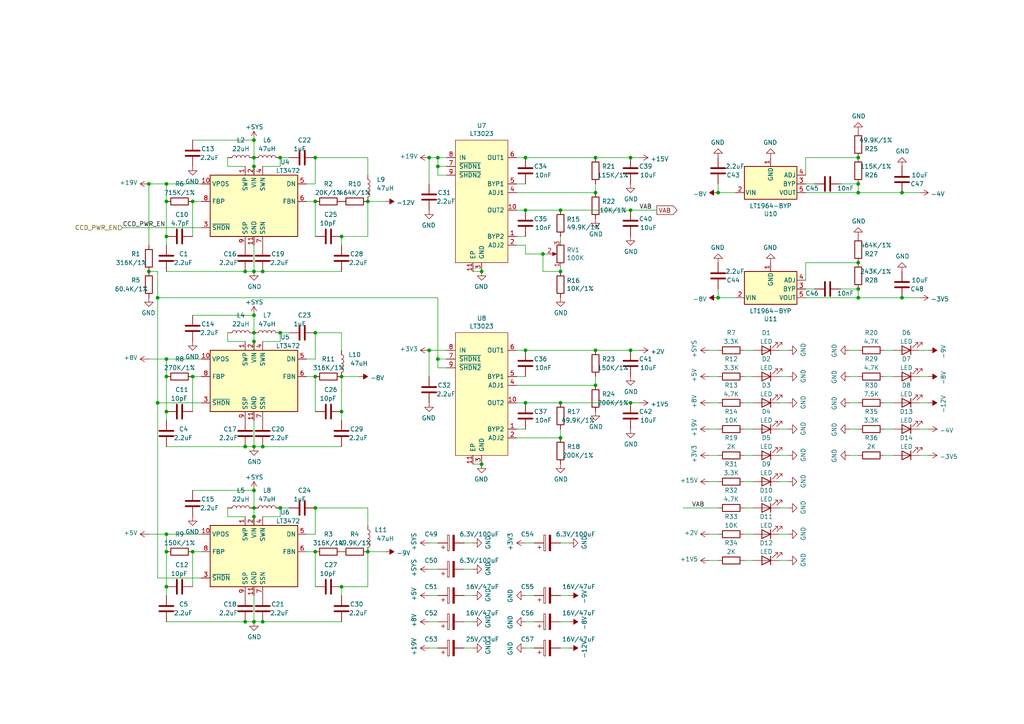
<source format=kicad_sch>
(kicad_sch (version 20210621) (generator eeschema)
  (paper "A4")
  (title_block (title "Sitina Ne") (rev "R0P2") (company "ZephRay"))
  (junction (at 248.92 55.88) (diameter 0.9144))
  (junction (at 182.88 116.84) (diameter 0.9144))
  (junction (at 48.26 68.58) (diameter 0.9144))
  (junction (at 172.72 111.76) (diameter 0.9144))
  (junction (at 76.2 180.34) (diameter 0.9144))
  (junction (at 76.2 129.54) (diameter 0.9144))
  (junction (at 127 45.72) (diameter 0.9144))
  (junction (at 55.88 109.22) (diameter 0.9144))
  (junction (at 208.28 55.88) (diameter 0.9144))
  (junction (at 76.2 78.74) (diameter 0.9144))
  (junction (at 73.66 129.54) (diameter 0.9144))
  (junction (at 73.66 180.34) (diameter 0.9144))
  (junction (at 139.7 78.74) (diameter 0.9144))
  (junction (at 162.56 78.74) (diameter 0.9144))
  (junction (at 124.46 101.6) (diameter 0.9144))
  (junction (at 172.72 101.6) (diameter 0.9144))
  (junction (at 73.66 99.06) (diameter 0.9144))
  (junction (at 48.26 160.02) (diameter 0.9144))
  (junction (at 48.26 154.94) (diameter 0.9144))
  (junction (at 172.72 45.72) (diameter 0.9144))
  (junction (at 45.72 116.84) (diameter 0.9144))
  (junction (at 91.44 45.72) (diameter 0.9144))
  (junction (at 248.92 53.34) (diameter 0.9144))
  (junction (at 71.12 129.54) (diameter 0.9144))
  (junction (at 182.88 101.6) (diameter 0.9144))
  (junction (at 43.18 53.34) (diameter 0.9144))
  (junction (at 48.26 104.14) (diameter 0.9144))
  (junction (at 152.4 60.96) (diameter 0.9144))
  (junction (at 99.06 109.22) (diameter 0.9144))
  (junction (at 48.26 119.38) (diameter 0.9144))
  (junction (at 162.56 60.96) (diameter 0.9144))
  (junction (at 73.66 142.24) (diameter 0.9144))
  (junction (at 91.44 147.32) (diameter 0.9144))
  (junction (at 152.4 45.72) (diameter 0.9144))
  (junction (at 99.06 119.38) (diameter 0.9144))
  (junction (at 91.44 58.42) (diameter 0.9144))
  (junction (at 73.66 149.86) (diameter 0.9144))
  (junction (at 157.48 73.66) (diameter 0.9144))
  (junction (at 48.26 53.34) (diameter 0.9144))
  (junction (at 248.92 76.2) (diameter 0.9144))
  (junction (at 73.66 147.32) (diameter 0.9144))
  (junction (at 152.4 101.6) (diameter 0.9144))
  (junction (at 182.88 60.96) (diameter 0.9144))
  (junction (at 81.28 45.72) (diameter 0.9144))
  (junction (at 261.62 55.88) (diameter 0.9144))
  (junction (at 152.4 116.84) (diameter 0.9144))
  (junction (at 106.68 160.02) (diameter 0.9144))
  (junction (at 106.68 58.42) (diameter 0.9144))
  (junction (at 81.28 96.52) (diameter 0.9144))
  (junction (at 48.26 109.22) (diameter 0.9144))
  (junction (at 99.06 170.18) (diameter 0.9144))
  (junction (at 91.44 160.02) (diameter 0.9144))
  (junction (at 73.66 78.74) (diameter 0.9144))
  (junction (at 71.12 78.74) (diameter 0.9144))
  (junction (at 73.66 40.64) (diameter 0.9144))
  (junction (at 91.44 109.22) (diameter 0.9144))
  (junction (at 43.18 78.74) (diameter 0.9144))
  (junction (at 48.26 58.42) (diameter 0.9144))
  (junction (at 55.88 58.42) (diameter 0.9144))
  (junction (at 127 104.14) (diameter 0.9144))
  (junction (at 73.66 96.52) (diameter 0.9144))
  (junction (at 48.26 170.18) (diameter 0.9144))
  (junction (at 81.28 147.32) (diameter 0.9144))
  (junction (at 162.56 127) (diameter 0.9144))
  (junction (at 248.92 83.82) (diameter 0.9144))
  (junction (at 139.7 134.62) (diameter 0.9144))
  (junction (at 124.46 45.72) (diameter 0.9144))
  (junction (at 172.72 55.88) (diameter 0.9144))
  (junction (at 127 48.26) (diameter 0.9144))
  (junction (at 73.66 45.72) (diameter 0.9144))
  (junction (at 71.12 180.34) (diameter 0.9144))
  (junction (at 248.92 86.36) (diameter 0.9144))
  (junction (at 73.66 48.26) (diameter 0.9144))
  (junction (at 45.72 86.36) (diameter 0.9144))
  (junction (at 55.88 160.02) (diameter 0.9144))
  (junction (at 208.28 86.36) (diameter 0.9144))
  (junction (at 91.44 96.52) (diameter 0.9144))
  (junction (at 73.66 91.44) (diameter 0.9144))
  (junction (at 261.62 86.36) (diameter 0.9144))
  (junction (at 99.06 68.58) (diameter 0.9144))
  (junction (at 162.56 116.84) (diameter 0.9144))
  (junction (at 248.92 45.72) (diameter 0.9144))
  (junction (at 182.88 45.72) (diameter 0.9144))
  (wire (pts (xy 55.88 68.58) (xy 55.88 58.42)))
  (wire (pts (xy 127 104.14) (xy 127 106.68)))
  (wire (pts (xy 256.54 124.46) (xy 259.08 124.46)))
  (wire (pts (xy 226.06 162.56) (xy 228.6 162.56)))
  (wire (pts (xy 124.46 172.72) (xy 127 172.72)))
  (wire (pts (xy 152.4 157.48) (xy 154.94 157.48)))
  (wire (pts (xy 106.68 50.8) (xy 106.68 45.72)))
  (wire (pts (xy 73.66 142.24) (xy 55.88 142.24)))
  (wire (pts (xy 48.26 160.02) (xy 48.26 154.94)))
  (wire (pts (xy 71.12 149.86) (xy 66.04 149.86)))
  (wire (pts (xy 43.18 154.94) (xy 48.26 154.94)))
  (wire (pts (xy 266.7 109.22) (xy 269.24 109.22)))
  (wire (pts (xy 248.92 86.36) (xy 248.92 83.82)))
  (wire (pts (xy 73.66 142.24) (xy 73.66 147.32)))
  (wire (pts (xy 73.66 40.64) (xy 73.66 45.72)))
  (wire (pts (xy 266.7 55.88) (xy 261.62 55.88)))
  (wire (pts (xy 99.06 71.12) (xy 99.06 68.58)))
  (wire (pts (xy 55.88 119.38) (xy 55.88 109.22)))
  (wire (pts (xy 233.68 55.88) (xy 248.92 55.88)))
  (wire (pts (xy 256.54 109.22) (xy 259.08 109.22)))
  (wire (pts (xy 208.28 83.82) (xy 208.28 86.36)))
  (wire (pts (xy 134.62 172.72) (xy 137.16 172.72)))
  (wire (pts (xy 66.04 149.86) (xy 66.04 147.32)))
  (wire (pts (xy 99.06 170.18) (xy 106.68 170.18)))
  (wire (pts (xy 162.56 187.96) (xy 165.1 187.96)))
  (wire (pts (xy 48.26 109.22) (xy 48.26 104.14)))
  (wire (pts (xy 99.06 180.34) (xy 76.2 180.34)))
  (wire (pts (xy 76.2 48.26) (xy 81.28 48.26)))
  (wire (pts (xy 162.56 116.84) (xy 152.4 116.84)))
  (wire (pts (xy 215.9 154.94) (xy 218.44 154.94)))
  (wire (pts (xy 149.86 127) (xy 162.56 127)))
  (wire (pts (xy 88.9 109.22) (xy 91.44 109.22)))
  (wire (pts (xy 152.4 101.6) (xy 172.72 101.6)))
  (wire (pts (xy 205.74 116.84) (xy 208.28 116.84)))
  (wire (pts (xy 233.68 83.82) (xy 236.22 83.82)))
  (wire (pts (xy 149.86 68.58) (xy 152.4 68.58)))
  (wire (pts (xy 91.44 119.38) (xy 91.44 109.22)))
  (wire (pts (xy 88.9 160.02) (xy 91.44 160.02)))
  (wire (pts (xy 45.72 167.64) (xy 58.42 167.64)))
  (wire (pts (xy 99.06 129.54) (xy 76.2 129.54)))
  (wire (pts (xy 149.86 101.6) (xy 152.4 101.6)))
  (wire (pts (xy 149.86 111.76) (xy 172.72 111.76)))
  (wire (pts (xy 99.06 109.22) (xy 99.06 119.38)))
  (wire (pts (xy 129.54 50.8) (xy 127 50.8)))
  (wire (pts (xy 266.7 116.84) (xy 269.24 116.84)))
  (wire (pts (xy 149.86 109.22) (xy 152.4 109.22)))
  (wire (pts (xy 73.66 149.86) (xy 73.66 147.32)))
  (wire (pts (xy 55.88 58.42) (xy 58.42 58.42)))
  (wire (pts (xy 208.28 55.88) (xy 213.36 55.88)))
  (wire (pts (xy 91.44 147.32) (xy 106.68 147.32)))
  (wire (pts (xy 127 45.72) (xy 129.54 45.72)))
  (wire (pts (xy 71.12 78.74) (xy 48.26 78.74)))
  (wire (pts (xy 226.06 147.32) (xy 228.6 147.32)))
  (wire (pts (xy 162.56 78.74) (xy 162.56 77.47)))
  (wire (pts (xy 208.28 53.34) (xy 208.28 55.88)))
  (wire (pts (xy 91.44 170.18) (xy 91.44 160.02)))
  (wire (pts (xy 81.28 48.26) (xy 81.28 45.72)))
  (wire (pts (xy 48.26 68.58) (xy 48.26 71.12)))
  (wire (pts (xy 162.56 68.58) (xy 162.56 69.85)))
  (wire (pts (xy 215.9 109.22) (xy 218.44 109.22)))
  (wire (pts (xy 162.56 180.34) (xy 165.1 180.34)))
  (wire (pts (xy 45.72 116.84) (xy 45.72 167.64)))
  (wire (pts (xy 162.56 172.72) (xy 165.1 172.72)))
  (wire (pts (xy 71.12 48.26) (xy 66.04 48.26)))
  (wire (pts (xy 76.2 180.34) (xy 73.66 180.34)))
  (wire (pts (xy 48.26 53.34) (xy 58.42 53.34)))
  (wire (pts (xy 124.46 53.34) (xy 124.46 45.72)))
  (wire (pts (xy 137.16 78.74) (xy 139.7 78.74)))
  (wire (pts (xy 124.46 165.1) (xy 127 165.1)))
  (wire (pts (xy 172.72 109.22) (xy 172.72 111.76)))
  (wire (pts (xy 215.9 124.46) (xy 218.44 124.46)))
  (wire (pts (xy 73.66 172.72) (xy 73.66 180.34)))
  (wire (pts (xy 261.62 55.88) (xy 248.92 55.88)))
  (wire (pts (xy 149.86 60.96) (xy 152.4 60.96)))
  (wire (pts (xy 185.42 101.6) (xy 182.88 101.6)))
  (wire (pts (xy 248.92 55.88) (xy 248.92 53.34)))
  (wire (pts (xy 162.56 157.48) (xy 165.1 157.48)))
  (wire (pts (xy 91.44 53.34) (xy 91.44 45.72)))
  (wire (pts (xy 91.44 104.14) (xy 91.44 96.52)))
  (wire (pts (xy 215.9 139.7) (xy 218.44 139.7)))
  (wire (pts (xy 137.16 134.62) (xy 139.7 134.62)))
  (wire (pts (xy 81.28 45.72) (xy 83.82 45.72)))
  (wire (pts (xy 157.48 78.74) (xy 162.56 78.74)))
  (wire (pts (xy 205.74 109.22) (xy 208.28 109.22)))
  (wire (pts (xy 152.4 73.66) (xy 152.4 71.12)))
  (wire (pts (xy 149.86 45.72) (xy 152.4 45.72)))
  (wire (pts (xy 172.72 101.6) (xy 182.88 101.6)))
  (wire (pts (xy 99.06 101.6) (xy 99.06 96.52)))
  (wire (pts (xy 81.28 149.86) (xy 81.28 147.32)))
  (wire (pts (xy 205.74 162.56) (xy 208.28 162.56)))
  (wire (pts (xy 172.72 45.72) (xy 182.88 45.72)))
  (wire (pts (xy 71.12 129.54) (xy 48.26 129.54)))
  (wire (pts (xy 48.26 104.14) (xy 58.42 104.14)))
  (wire (pts (xy 127 86.36) (xy 45.72 86.36)))
  (wire (pts (xy 55.88 109.22) (xy 58.42 109.22)))
  (wire (pts (xy 43.18 104.14) (xy 48.26 104.14)))
  (wire (pts (xy 226.06 109.22) (xy 228.6 109.22)))
  (wire (pts (xy 66.04 99.06) (xy 66.04 96.52)))
  (wire (pts (xy 55.88 160.02) (xy 58.42 160.02)))
  (wire (pts (xy 129.54 101.6) (xy 124.46 101.6)))
  (wire (pts (xy 226.06 101.6) (xy 228.6 101.6)))
  (wire (pts (xy 73.66 50.8) (xy 73.66 48.26)))
  (wire (pts (xy 71.12 99.06) (xy 66.04 99.06)))
  (wire (pts (xy 266.7 132.08) (xy 269.24 132.08)))
  (wire (pts (xy 35.56 66.04) (xy 58.42 66.04)))
  (wire (pts (xy 205.74 124.46) (xy 208.28 124.46)))
  (wire (pts (xy 99.06 78.74) (xy 76.2 78.74)))
  (wire (pts (xy 149.86 116.84) (xy 152.4 116.84)))
  (wire (pts (xy 73.66 121.92) (xy 73.66 129.54)))
  (wire (pts (xy 134.62 180.34) (xy 137.16 180.34)))
  (wire (pts (xy 246.38 109.22) (xy 248.92 109.22)))
  (wire (pts (xy 48.26 119.38) (xy 48.26 109.22)))
  (wire (pts (xy 73.66 180.34) (xy 71.12 180.34)))
  (wire (pts (xy 106.68 58.42) (xy 106.68 68.58)))
  (wire (pts (xy 215.9 132.08) (xy 218.44 132.08)))
  (wire (pts (xy 154.94 172.72) (xy 152.4 172.72)))
  (wire (pts (xy 88.9 53.34) (xy 91.44 53.34)))
  (wire (pts (xy 152.4 71.12) (xy 149.86 71.12)))
  (wire (pts (xy 205.74 132.08) (xy 208.28 132.08)))
  (wire (pts (xy 205.74 101.6) (xy 208.28 101.6)))
  (wire (pts (xy 76.2 129.54) (xy 73.66 129.54)))
  (wire (pts (xy 162.56 124.46) (xy 162.56 127)))
  (wire (pts (xy 73.66 101.6) (xy 73.66 99.06)))
  (wire (pts (xy 198.12 147.32) (xy 208.28 147.32)))
  (wire (pts (xy 149.86 53.34) (xy 152.4 53.34)))
  (wire (pts (xy 152.4 45.72) (xy 172.72 45.72)))
  (wire (pts (xy 91.44 45.72) (xy 106.68 45.72)))
  (wire (pts (xy 48.26 170.18) (xy 48.26 160.02)))
  (wire (pts (xy 226.06 132.08) (xy 228.6 132.08)))
  (wire (pts (xy 248.92 76.2) (xy 233.68 76.2)))
  (wire (pts (xy 261.62 86.36) (xy 248.92 86.36)))
  (wire (pts (xy 99.06 172.72) (xy 99.06 170.18)))
  (wire (pts (xy 134.62 157.48) (xy 137.16 157.48)))
  (wire (pts (xy 48.26 154.94) (xy 58.42 154.94)))
  (wire (pts (xy 73.66 129.54) (xy 71.12 129.54)))
  (wire (pts (xy 134.62 187.96) (xy 137.16 187.96)))
  (wire (pts (xy 45.72 86.36) (xy 45.72 116.84)))
  (wire (pts (xy 246.38 132.08) (xy 248.92 132.08)))
  (wire (pts (xy 208.28 86.36) (xy 213.36 86.36)))
  (wire (pts (xy 154.94 180.34) (xy 152.4 180.34)))
  (wire (pts (xy 246.38 116.84) (xy 248.92 116.84)))
  (wire (pts (xy 127 86.36) (xy 127 104.14)))
  (wire (pts (xy 226.06 154.94) (xy 228.6 154.94)))
  (wire (pts (xy 43.18 53.34) (xy 48.26 53.34)))
  (wire (pts (xy 73.66 91.44) (xy 73.66 96.52)))
  (wire (pts (xy 43.18 78.74) (xy 45.72 78.74)))
  (wire (pts (xy 81.28 96.52) (xy 83.82 96.52)))
  (wire (pts (xy 99.06 121.92) (xy 99.06 119.38)))
  (wire (pts (xy 149.86 55.88) (xy 172.72 55.88)))
  (wire (pts (xy 266.7 101.6) (xy 269.24 101.6)))
  (wire (pts (xy 215.9 162.56) (xy 218.44 162.56)))
  (wire (pts (xy 243.84 53.34) (xy 248.92 53.34)))
  (wire (pts (xy 73.66 40.64) (xy 55.88 40.64)))
  (wire (pts (xy 226.06 124.46) (xy 228.6 124.46)))
  (wire (pts (xy 233.68 76.2) (xy 233.68 81.28)))
  (wire (pts (xy 73.66 152.4) (xy 73.66 149.86)))
  (wire (pts (xy 157.48 73.66) (xy 158.75 73.66)))
  (wire (pts (xy 45.72 78.74) (xy 45.72 86.36)))
  (wire (pts (xy 226.06 139.7) (xy 228.6 139.7)))
  (wire (pts (xy 162.56 60.96) (xy 152.4 60.96)))
  (wire (pts (xy 157.48 78.74) (xy 157.48 73.66)))
  (wire (pts (xy 154.94 187.96) (xy 152.4 187.96)))
  (wire (pts (xy 73.66 91.44) (xy 55.88 91.44)))
  (wire (pts (xy 48.26 170.18) (xy 48.26 172.72)))
  (wire (pts (xy 55.88 170.18) (xy 55.88 160.02)))
  (wire (pts (xy 124.46 187.96) (xy 127 187.96)))
  (wire (pts (xy 91.44 68.58) (xy 91.44 58.42)))
  (wire (pts (xy 215.9 147.32) (xy 218.44 147.32)))
  (wire (pts (xy 256.54 101.6) (xy 259.08 101.6)))
  (wire (pts (xy 48.26 119.38) (xy 48.26 121.92)))
  (wire (pts (xy 88.9 104.14) (xy 91.44 104.14)))
  (wire (pts (xy 106.68 160.02) (xy 106.68 170.18)))
  (wire (pts (xy 88.9 154.94) (xy 91.44 154.94)))
  (wire (pts (xy 99.06 109.22) (xy 104.14 109.22)))
  (wire (pts (xy 73.66 48.26) (xy 73.66 45.72)))
  (wire (pts (xy 182.88 60.96) (xy 190.5 60.96)))
  (wire (pts (xy 76.2 149.86) (xy 81.28 149.86)))
  (wire (pts (xy 243.84 83.82) (xy 248.92 83.82)))
  (wire (pts (xy 172.72 53.34) (xy 172.72 55.88)))
  (wire (pts (xy 127 50.8) (xy 127 48.26)))
  (wire (pts (xy 266.7 86.36) (xy 261.62 86.36)))
  (wire (pts (xy 205.74 154.94) (xy 208.28 154.94)))
  (wire (pts (xy 81.28 99.06) (xy 81.28 96.52)))
  (wire (pts (xy 256.54 132.08) (xy 259.08 132.08)))
  (wire (pts (xy 233.68 53.34) (xy 236.22 53.34)))
  (wire (pts (xy 76.2 99.06) (xy 81.28 99.06)))
  (wire (pts (xy 73.66 99.06) (xy 73.66 96.52)))
  (wire (pts (xy 246.38 101.6) (xy 248.92 101.6)))
  (wire (pts (xy 88.9 58.42) (xy 91.44 58.42)))
  (wire (pts (xy 149.86 124.46) (xy 152.4 124.46)))
  (wire (pts (xy 106.68 68.58) (xy 99.06 68.58)))
  (wire (pts (xy 248.92 45.72) (xy 233.68 45.72)))
  (wire (pts (xy 129.54 104.14) (xy 127 104.14)))
  (wire (pts (xy 185.42 45.72) (xy 182.88 45.72)))
  (wire (pts (xy 111.76 58.42) (xy 106.68 58.42)))
  (wire (pts (xy 76.2 78.74) (xy 73.66 78.74)))
  (wire (pts (xy 256.54 116.84) (xy 259.08 116.84)))
  (wire (pts (xy 91.44 154.94) (xy 91.44 147.32)))
  (wire (pts (xy 99.06 96.52) (xy 91.44 96.52)))
  (wire (pts (xy 233.68 86.36) (xy 248.92 86.36)))
  (wire (pts (xy 127 106.68) (xy 129.54 106.68)))
  (wire (pts (xy 185.42 116.84) (xy 182.88 116.84)))
  (wire (pts (xy 127 48.26) (xy 127 45.72)))
  (wire (pts (xy 215.9 116.84) (xy 218.44 116.84)))
  (wire (pts (xy 246.38 124.46) (xy 248.92 124.46)))
  (wire (pts (xy 73.66 78.74) (xy 71.12 78.74)))
  (wire (pts (xy 81.28 147.32) (xy 83.82 147.32)))
  (wire (pts (xy 205.74 139.7) (xy 208.28 139.7)))
  (wire (pts (xy 124.46 45.72) (xy 127 45.72)))
  (wire (pts (xy 48.26 58.42) (xy 48.26 53.34)))
  (wire (pts (xy 152.4 73.66) (xy 157.48 73.66)))
  (wire (pts (xy 233.68 45.72) (xy 233.68 50.8)))
  (wire (pts (xy 124.46 109.22) (xy 124.46 101.6)))
  (wire (pts (xy 66.04 48.26) (xy 66.04 45.72)))
  (wire (pts (xy 43.18 71.12) (xy 43.18 53.34)))
  (wire (pts (xy 162.56 116.84) (xy 182.88 116.84)))
  (wire (pts (xy 45.72 116.84) (xy 58.42 116.84)))
  (wire (pts (xy 106.68 160.02) (xy 111.76 160.02)))
  (wire (pts (xy 48.26 68.58) (xy 48.26 58.42)))
  (wire (pts (xy 226.06 116.84) (xy 228.6 116.84)))
  (wire (pts (xy 124.46 157.48) (xy 127 157.48)))
  (wire (pts (xy 215.9 101.6) (xy 218.44 101.6)))
  (wire (pts (xy 266.7 124.46) (xy 269.24 124.46)))
  (wire (pts (xy 134.62 165.1) (xy 137.16 165.1)))
  (wire (pts (xy 73.66 71.12) (xy 73.66 78.74)))
  (wire (pts (xy 129.54 48.26) (xy 127 48.26)))
  (wire (pts (xy 124.46 180.34) (xy 127 180.34)))
  (wire (pts (xy 106.68 152.4) (xy 106.68 147.32)))
  (wire (pts (xy 162.56 60.96) (xy 182.88 60.96)))
  (wire (pts (xy 71.12 180.34) (xy 48.26 180.34)))
  (label "CCD_PWR_EN" (at 35.56 66.04 0))
  (label "VAB" (at 200.66 147.32 0))
  (label "VAB" (at 185.42 60.96 0))
  (global_label "VAB" (shape output) (at 190.5 60.96 0) (property "Intersheet References" "${INTERSHEET_REFS}" (effects hide)))
  (hierarchical_label "CCD_PWR_EN" (shape input) (at 35.56 66.04 180))
  (symbol (lib_id "Sitina-rescue:CP-Device") (at 158.75 157.48 90) (unit 1)
    (property "Reference" "C54" (at 154.94 154.94 90) (effects (justify left)))
    (property "Value" "6.3V/100uF" (at 172.72 154.94 90) (effects (justify left)))
    (property "Footprint" "Capacitor_SMD:CP_Elec_5x4.5" (effects hide))
  )
  (symbol (lib_id "power:GND") (at 165.1 157.48 90) (unit 1)
    (property "Reference" "#PWR0106" (effects hide))
    (property "Value" "GND" (at 169.4942 157.353 0))
  )
  (symbol (lib_id "power:+3V3") (at 152.4 157.48 90) (unit 1)
    (property "Reference" "#PWR0107" (effects hide))
    (property "Value" "+3V3" (at 148.0058 157.099 0))
  )
  (symbol (lib_id "Sitina:+SYS") (at 124.46 165.1 90) (unit 1)
    (property "Reference" "#PWR0108" (effects hide))
    (property "Value" "+SYS" (at 120.0658 164.719 0))
  )
  (symbol (lib_id "Sitina:+19V") (at 124.46 187.96 90) (unit 1)
    (property "Reference" "#PWR0109" (effects hide))
    (property "Value" "+19V" (at 120.0658 187.579 0))
  )
  (symbol (lib_id "power:+8V") (at 124.46 180.34 90) (unit 1)
    (property "Reference" "#PWR0110" (effects hide))
    (property "Value" "+8V" (at 120.0658 179.959 0))
  )
  (symbol (lib_id "power:+5V") (at 124.46 172.72 90) (unit 1)
    (property "Reference" "#PWR0111" (effects hide))
    (property "Value" "+5V" (at 120.0658 172.339 0))
  )
  (symbol (lib_id "power:-12V") (at 165.1 187.96 270) (unit 1)
    (property "Reference" "#PWR0112" (effects hide))
    (property "Value" "-12V" (at 169.4942 188.341 0))
  )
  (symbol (lib_id "power:-8V") (at 165.1 180.34 270) (unit 1)
    (property "Reference" "#PWR0113" (effects hide))
    (property "Value" "-8V" (at 169.4942 180.721 0))
  )
  (symbol (lib_id "power:-9V") (at 165.1 172.72 270) (unit 1)
    (property "Reference" "#PWR0114" (effects hide))
    (property "Value" "-9V" (at 169.4942 173.101 0))
  )
  (symbol (lib_id "power:GND") (at 137.16 165.1 90) (unit 1)
    (property "Reference" "#PWR0115" (effects hide))
    (property "Value" "GND" (at 141.5542 164.973 0))
  )
  (symbol (lib_id "power:GND") (at 137.16 187.96 90) (unit 1)
    (property "Reference" "#PWR0116" (effects hide))
    (property "Value" "GND" (at 141.5542 187.833 0))
  )
  (symbol (lib_id "power:GND") (at 137.16 180.34 90) (unit 1)
    (property "Reference" "#PWR0117" (effects hide))
    (property "Value" "GND" (at 141.5542 180.213 0))
  )
  (symbol (lib_id "power:GND") (at 137.16 172.72 90) (unit 1)
    (property "Reference" "#PWR0118" (effects hide))
    (property "Value" "GND" (at 141.5542 172.593 0))
  )
  (symbol (lib_id "power:GND") (at 152.4 187.96 270) (unit 1)
    (property "Reference" "#PWR0119" (effects hide))
    (property "Value" "GND" (at 148.0058 188.087 0))
  )
  (symbol (lib_id "power:GND") (at 152.4 180.34 270) (unit 1)
    (property "Reference" "#PWR0120" (effects hide))
    (property "Value" "GND" (at 148.0058 180.467 0))
  )
  (symbol (lib_id "power:GND") (at 152.4 172.72 270) (unit 1)
    (property "Reference" "#PWR0121" (effects hide))
    (property "Value" "GND" (at 148.0058 172.847 0))
  )
  (symbol (lib_id "Sitina-rescue:CP-Device") (at 130.81 165.1 90) (unit 1)
    (property "Reference" "C50" (at 127 162.56 90) (effects (justify left)))
    (property "Value" "6.3V/100uF" (at 144.78 162.56 90) (effects (justify left)))
    (property "Footprint" "Capacitor_SMD:CP_Elec_5x4.5" (effects hide))
  )
  (symbol (lib_id "Sitina-rescue:CP-Device") (at 130.81 187.96 90) (unit 1)
    (property "Reference" "C53" (at 127 185.42 90) (effects (justify left)))
    (property "Value" "25V/33uF" (at 144.78 185.42 90) (effects (justify left)))
    (property "Footprint" "Capacitor_SMD:CP_Elec_5x4.5" (effects hide))
  )
  (symbol (lib_id "Sitina-rescue:CP-Device") (at 130.81 180.34 90) (unit 1)
    (property "Reference" "C52" (at 127 177.8 90) (effects (justify left)))
    (property "Value" "16V/47uF" (at 144.78 177.8 90) (effects (justify left)))
    (property "Footprint" "Capacitor_SMD:CP_Elec_5x4.5" (effects hide))
  )
  (symbol (lib_id "Sitina-rescue:CP-Device") (at 130.81 172.72 90) (unit 1)
    (property "Reference" "C51" (at 127 170.18 90) (effects (justify left)))
    (property "Value" "16V/47uF" (at 144.78 170.18 90) (effects (justify left)))
    (property "Footprint" "Capacitor_SMD:CP_Elec_5x4.5" (effects hide))
  )
  (symbol (lib_id "Sitina-rescue:CP-Device") (at 158.75 187.96 90) (unit 1)
    (property "Reference" "C57" (at 154.94 185.42 90) (effects (justify left)))
    (property "Value" "16V/47uF" (at 172.72 185.42 90) (effects (justify left)))
    (property "Footprint" "Capacitor_SMD:CP_Elec_5x4.5" (effects hide))
  )
  (symbol (lib_id "Sitina-rescue:CP-Device") (at 158.75 180.34 90) (unit 1)
    (property "Reference" "C56" (at 154.94 177.8 90) (effects (justify left)))
    (property "Value" "16V/47uF" (at 172.72 177.8 90) (effects (justify left)))
    (property "Footprint" "Capacitor_SMD:CP_Elec_5x4.5" (effects hide))
  )
  (symbol (lib_id "Sitina-rescue:CP-Device") (at 158.75 172.72 90) (unit 1)
    (property "Reference" "C55" (at 154.94 170.18 90) (effects (justify left)))
    (property "Value" "16V/47uF" (at 172.72 170.18 90) (effects (justify left)))
    (property "Footprint" "Capacitor_SMD:CP_Elec_5x4.5" (effects hide))
  )
  (symbol (lib_id "Sitina:+SYS") (at 124.46 157.48 90) (unit 1)
    (property "Reference" "#PWR0122" (effects hide))
    (property "Value" "+SYS" (at 120.0658 157.099 0))
  )
  (symbol (lib_id "power:GND") (at 137.16 157.48 90) (unit 1)
    (property "Reference" "#PWR0123" (effects hide))
    (property "Value" "GND" (at 141.5542 157.353 0))
  )
  (symbol (lib_id "Sitina-rescue:CP-Device") (at 130.81 157.48 90) (unit 1)
    (property "Reference" "C49" (at 127 154.94 90) (effects (justify left)))
    (property "Value" "6.3V/100uF" (at 144.78 154.94 90) (effects (justify left)))
    (property "Footprint" "Capacitor_SMD:CP_Elec_5x4.5" (effects hide))
  )
  (symbol (lib_id "Device:LED") (at 222.25 101.6 180) (unit 1)
    (property "Reference" "D1" (at 222.25 96.52 0))
    (property "Value" "LED" (at 222.25 99.06 0))
    (property "Footprint" "Diode_SMD:D_0603_1608Metric" (effects hide))
  )
  (symbol (lib_id "Device:R") (at 212.09 101.6 270) (unit 1)
    (property "Reference" "R7" (at 212.09 96.52 90))
    (property "Value" "3.3K" (at 212.09 99.06 90))
    (property "Footprint" "Resistor_SMD:R_0402_1005Metric" (effects hide))
  )
  (symbol (lib_id "power:GND") (at 228.6 101.6 90) (unit 1)
    (property "Reference" "#PWR07" (effects hide))
    (property "Value" "GND" (at 232.9942 101.473 0))
  )
  (symbol (lib_id "Sitina:+SYS") (at 205.74 101.6 90) (unit 1)
    (property "Reference" "#PWR02" (effects hide))
    (property "Value" "+SYS" (at 201.3458 101.219 0))
  )
  (symbol (lib_id "Device:LED") (at 222.25 109.22 180) (unit 1)
    (property "Reference" "D2" (at 222.25 104.14 0))
    (property "Value" "LED" (at 222.25 106.68 0))
    (property "Footprint" "Diode_SMD:D_0603_1608Metric" (effects hide))
  )
  (symbol (lib_id "Device:R") (at 212.09 109.22 270) (unit 1)
    (property "Reference" "R12" (at 212.09 104.14 90))
    (property "Value" "3.3K" (at 212.09 106.68 90))
    (property "Footprint" "Resistor_SMD:R_0402_1005Metric" (effects hide))
  )
  (symbol (lib_id "power:GND") (at 228.6 109.22 90) (unit 1)
    (property "Reference" "#PWR08" (effects hide))
    (property "Value" "GND" (at 232.9942 109.093 0))
  )
  (symbol (lib_id "Device:LED") (at 222.25 116.84 180) (unit 1)
    (property "Reference" "D3" (at 222.25 111.76 0))
    (property "Value" "LED" (at 222.25 114.3 0))
    (property "Footprint" "Diode_SMD:D_0603_1608Metric" (effects hide))
  )
  (symbol (lib_id "Device:R") (at 212.09 116.84 270) (unit 1)
    (property "Reference" "R13" (at 212.09 111.76 90))
    (property "Value" "4.7K" (at 212.09 114.3 90))
    (property "Footprint" "Resistor_SMD:R_0402_1005Metric" (effects hide))
  )
  (symbol (lib_id "power:GND") (at 228.6 116.84 90) (unit 1)
    (property "Reference" "#PWR09" (effects hide))
    (property "Value" "GND" (at 232.9942 116.713 0))
  )
  (symbol (lib_id "Device:LED") (at 222.25 124.46 180) (unit 1)
    (property "Reference" "D4" (at 222.25 119.38 0))
    (property "Value" "LED" (at 222.25 121.92 0))
    (property "Footprint" "Diode_SMD:D_0603_1608Metric" (effects hide))
  )
  (symbol (lib_id "Device:R") (at 212.09 124.46 270) (unit 1)
    (property "Reference" "R14" (at 212.09 119.38 90))
    (property "Value" "10K" (at 212.09 121.92 90))
    (property "Footprint" "Resistor_SMD:R_0402_1005Metric" (effects hide))
  )
  (symbol (lib_id "power:GND") (at 228.6 124.46 90) (unit 1)
    (property "Reference" "#PWR010" (effects hide))
    (property "Value" "GND" (at 232.9942 124.333 0))
  )
  (symbol (lib_id "Device:LED") (at 222.25 132.08 180) (unit 1)
    (property "Reference" "D5" (at 222.25 127 0))
    (property "Value" "LED" (at 222.25 129.54 0))
    (property "Footprint" "Diode_SMD:D_0603_1608Metric" (effects hide))
  )
  (symbol (lib_id "Device:R") (at 212.09 132.08 270) (unit 1)
    (property "Reference" "R19" (at 212.09 127 90))
    (property "Value" "2K" (at 212.09 129.54 90))
    (property "Footprint" "Resistor_SMD:R_0402_1005Metric" (effects hide))
  )
  (symbol (lib_id "power:GND") (at 228.6 132.08 90) (unit 1)
    (property "Reference" "#PWR011" (effects hide))
    (property "Value" "GND" (at 232.9942 131.953 0))
  )
  (symbol (lib_id "power:+5V") (at 205.74 109.22 90) (unit 1)
    (property "Reference" "#PWR03" (effects hide))
    (property "Value" "+5V" (at 201.3458 108.839 0))
  )
  (symbol (lib_id "power:+8V") (at 205.74 116.84 90) (unit 1)
    (property "Reference" "#PWR04" (effects hide))
    (property "Value" "+8V" (at 201.3458 116.459 0))
  )
  (symbol (lib_id "Sitina:+19V") (at 205.74 124.46 90) (unit 1)
    (property "Reference" "#PWR05" (effects hide))
    (property "Value" "+19V" (at 201.3458 124.079 0))
  )
  (symbol (lib_id "power:+3V3") (at 205.74 132.08 90) (unit 1)
    (property "Reference" "#PWR06" (effects hide))
    (property "Value" "+3V3" (at 201.3458 131.699 0))
  )
  (symbol (lib_id "Device:LED") (at 262.89 101.6 180) (unit 1)
    (property "Reference" "D6" (at 262.89 96.52 0))
    (property "Value" "LED" (at 262.89 99.06 0))
    (property "Footprint" "Diode_SMD:D_0603_1608Metric" (effects hide))
  )
  (symbol (lib_id "Device:R") (at 252.73 101.6 270) (unit 1)
    (property "Reference" "R20" (at 252.73 96.52 90))
    (property "Value" "4.7K" (at 252.73 99.06 90))
    (property "Footprint" "Resistor_SMD:R_0402_1005Metric" (effects hide))
  )
  (symbol (lib_id "Device:LED") (at 262.89 109.22 180) (unit 1)
    (property "Reference" "D7" (at 262.89 104.14 0))
    (property "Value" "LED" (at 262.89 106.68 0))
    (property "Footprint" "Diode_SMD:D_0603_1608Metric" (effects hide))
  )
  (symbol (lib_id "Device:R") (at 252.73 109.22 270) (unit 1)
    (property "Reference" "R29" (at 252.73 104.14 90))
    (property "Value" "4.7K" (at 252.73 106.68 90))
    (property "Footprint" "Resistor_SMD:R_0402_1005Metric" (effects hide))
  )
  (symbol (lib_id "Device:LED") (at 262.89 116.84 180) (unit 1)
    (property "Reference" "D8" (at 262.89 111.76 0))
    (property "Value" "LED" (at 262.89 114.3 0))
    (property "Footprint" "Diode_SMD:D_0603_1608Metric" (effects hide))
  )
  (symbol (lib_id "Device:R") (at 252.73 116.84 270) (unit 1)
    (property "Reference" "R30" (at 252.73 111.76 90))
    (property "Value" "7.5K" (at 252.73 114.3 90))
    (property "Footprint" "Resistor_SMD:R_0402_1005Metric" (effects hide))
  )
  (symbol (lib_id "power:GND") (at 246.38 101.6 270) (unit 1)
    (property "Reference" "#PWR012" (effects hide))
    (property "Value" "GND" (at 241.9858 101.727 0))
  )
  (symbol (lib_id "power:GND") (at 246.38 109.22 270) (unit 1)
    (property "Reference" "#PWR013" (effects hide))
    (property "Value" "GND" (at 241.9858 109.347 0))
  )
  (symbol (lib_id "power:GND") (at 246.38 116.84 270) (unit 1)
    (property "Reference" "#PWR014" (effects hide))
    (property "Value" "GND" (at 241.9858 116.967 0))
  )
  (symbol (lib_id "power:-12V") (at 269.24 116.84 270) (unit 1)
    (property "Reference" "#PWR017" (effects hide))
    (property "Value" "-12V" (at 273.6342 117.221 0))
  )
  (symbol (lib_id "power:-8V") (at 269.24 109.22 270) (unit 1)
    (property "Reference" "#PWR016" (effects hide))
    (property "Value" "-8V" (at 273.6342 109.601 0))
  )
  (symbol (lib_id "power:-9V") (at 269.24 101.6 270) (unit 1)
    (property "Reference" "#PWR015" (effects hide))
    (property "Value" "-9V" (at 273.6342 101.981 0))
  )
  (symbol (lib_id "Device:LED") (at 262.89 124.46 180) (unit 1)
    (property "Reference" "D13" (at 262.89 119.38 0))
    (property "Value" "LED" (at 262.89 121.92 0))
    (property "Footprint" "Diode_SMD:D_0603_1608Metric" (effects hide))
  )
  (symbol (lib_id "Device:R") (at 252.73 124.46 270) (unit 1)
    (property "Reference" "R35" (at 252.73 119.38 90))
    (property "Value" "3.3K" (at 252.73 121.92 90))
    (property "Footprint" "Resistor_SMD:R_0402_1005Metric" (effects hide))
  )
  (symbol (lib_id "Device:LED") (at 262.89 132.08 180) (unit 1)
    (property "Reference" "D14" (at 262.89 127 0))
    (property "Value" "LED" (at 262.89 129.54 0))
    (property "Footprint" "Diode_SMD:D_0603_1608Metric" (effects hide))
  )
  (symbol (lib_id "Device:R") (at 252.73 132.08 270) (unit 1)
    (property "Reference" "R36" (at 252.73 127 90))
    (property "Value" "2K" (at 252.73 129.54 90))
    (property "Footprint" "Resistor_SMD:R_0402_1005Metric" (effects hide))
  )
  (symbol (lib_id "power:GND") (at 246.38 124.46 270) (unit 1)
    (property "Reference" "#PWR0125" (effects hide))
    (property "Value" "GND" (at 241.9858 124.587 0))
  )
  (symbol (lib_id "power:GND") (at 246.38 132.08 270) (unit 1)
    (property "Reference" "#PWR0126" (effects hide))
    (property "Value" "GND" (at 241.9858 132.207 0))
  )
  (symbol (lib_id "Sitina:-3V5") (at 269.24 132.08 270) (unit 1)
    (property "Reference" "#PWR0127" (effects hide))
    (property "Value" "-3V5" (at 272.4912 132.461 90) (effects (justify left)))
  )
  (symbol (lib_id "Sitina:-4V") (at 269.24 124.46 270) (unit 1)
    (property "Reference" "#PWR0128" (effects hide))
    (property "Value" "-4V" (at 272.4912 124.841 90) (effects (justify left)))
  )
  (symbol (lib_id "Device:LED") (at 222.25 139.7 180) (unit 1)
    (property "Reference" "D9" (at 222.25 134.62 0))
    (property "Value" "LED" (at 222.25 137.16 0))
    (property "Footprint" "Diode_SMD:D_0603_1608Metric" (effects hide))
  )
  (symbol (lib_id "Device:R") (at 212.09 139.7 270) (unit 1)
    (property "Reference" "R31" (at 212.09 134.62 90))
    (property "Value" "3.3K" (at 212.09 137.16 90))
    (property "Footprint" "Resistor_SMD:R_0402_1005Metric" (effects hide))
  )
  (symbol (lib_id "power:GND") (at 228.6 139.7 90) (unit 1)
    (property "Reference" "#PWR0129" (effects hide))
    (property "Value" "GND" (at 232.9942 139.573 0))
  )
  (symbol (lib_id "Device:LED") (at 222.25 147.32 180) (unit 1)
    (property "Reference" "D10" (at 222.25 142.24 0))
    (property "Value" "LED" (at 222.25 144.78 0))
    (property "Footprint" "Diode_SMD:D_0603_1608Metric" (effects hide))
  )
  (symbol (lib_id "Device:R") (at 212.09 147.32 270) (unit 1)
    (property "Reference" "R32" (at 212.09 142.24 90))
    (property "Value" "4.7K" (at 212.09 144.78 90))
    (property "Footprint" "Resistor_SMD:R_0402_1005Metric" (effects hide))
  )
  (symbol (lib_id "power:GND") (at 228.6 147.32 90) (unit 1)
    (property "Reference" "#PWR0130" (effects hide))
    (property "Value" "GND" (at 232.9942 147.193 0))
  )
  (symbol (lib_id "Device:LED") (at 222.25 154.94 180) (unit 1)
    (property "Reference" "D11" (at 222.25 149.86 0))
    (property "Value" "LED" (at 222.25 152.4 0))
    (property "Footprint" "Diode_SMD:D_0603_1608Metric" (effects hide))
  )
  (symbol (lib_id "Device:R") (at 212.09 154.94 270) (unit 1)
    (property "Reference" "R33" (at 212.09 149.86 90))
    (property "Value" "10K" (at 212.09 152.4 90))
    (property "Footprint" "Resistor_SMD:R_0402_1005Metric" (effects hide))
  )
  (symbol (lib_id "power:GND") (at 228.6 154.94 90) (unit 1)
    (property "Reference" "#PWR0131" (effects hide))
    (property "Value" "GND" (at 232.9942 154.813 0))
  )
  (symbol (lib_id "Device:LED") (at 222.25 162.56 180) (unit 1)
    (property "Reference" "D12" (at 222.25 157.48 0))
    (property "Value" "LED" (at 222.25 160.02 0))
    (property "Footprint" "Diode_SMD:D_0603_1608Metric" (effects hide))
  )
  (symbol (lib_id "Device:R") (at 212.09 162.56 270) (unit 1)
    (property "Reference" "R34" (at 212.09 157.48 90))
    (property "Value" "2K" (at 212.09 160.02 90))
    (property "Footprint" "Resistor_SMD:R_0402_1005Metric" (effects hide))
  )
  (symbol (lib_id "power:GND") (at 228.6 162.56 90) (unit 1)
    (property "Reference" "#PWR0132" (effects hide))
    (property "Value" "GND" (at 232.9942 162.433 0))
  )
  (symbol (lib_id "power:+15V") (at 205.74 139.7 90) (unit 1)
    (property "Reference" "#PWR0133" (effects hide))
    (property "Value" "+15V" (at 202.4888 139.319 90) (effects (justify left)))
  )
  (symbol (lib_id "Sitina:+2V") (at 205.74 154.94 90) (unit 1)
    (property "Reference" "#PWR0134" (effects hide))
    (property "Value" "+2V" (at 202.4888 154.559 90) (effects (justify left)))
  )
  (symbol (lib_id "power:+1V5") (at 205.74 162.56 90) (unit 1)
    (property "Reference" "#PWR0135" (effects hide))
    (property "Value" "+1V5" (at 202.4888 162.179 90) (effects (justify left)))
  )
  (symbol (lib_id "Regulator_Switching:LT3472") (at 73.66 58.42 0) (unit 1)
    (property "Reference" "U4" (at 81.28 46.99 0) (effects (justify left)))
    (property "Value" "LT3472" (at 80.01 49.53 0) (effects (justify left)))
    (property "Footprint" "Package_DFN_QFN:DFN-10-1EP_3x3mm_P0.5mm_EP1.65x2.38mm" (effects hide))
    (property "Datasheet" "https://www.analog.com/media/en/technical-documentation/data-sheets/3472f.pdf" (effects hide))
  )
  (symbol (lib_id "Device:L") (at 77.47 45.72 270) (mirror x) (unit 1)
    (property "Reference" "L6" (at 77.47 40.64 90))
    (property "Value" "47uH" (at 77.47 43.18 90))
    (property "Footprint" "Inductor_SMD:L_Vishay_IHLP-1212" (effects hide))
  )
  (symbol (lib_id "Device:C") (at 87.63 45.72 270) (unit 1)
    (property "Reference" "C22" (at 86.36 40.64 90) (effects (justify left)))
    (property "Value" "1uF" (at 85.09 43.18 90) (effects (justify left)))
    (property "Footprint" "Capacitor_SMD:C_0402_1005Metric" (effects hide))
  )
  (symbol (lib_id "Device:L") (at 106.68 54.61 0) (mirror x) (unit 1)
    (property "Reference" "L9" (at 110.49 52.07 0))
    (property "Value" "47uH" (at 111.76 54.61 0))
    (property "Footprint" "Inductor_SMD:L_Vishay_IHLP-1212" (effects hide))
  )
  (symbol (lib_id "Device:L") (at 69.85 45.72 270) (mirror x) (unit 1)
    (property "Reference" "L2" (at 69.85 40.64 90))
    (property "Value" "22uH" (at 69.85 43.18 90))
    (property "Footprint" "Inductor_SMD:L_Vishay_IHLP-1212" (effects hide))
  )
  (symbol (lib_id "Sitina:+SYS") (at 73.66 40.64 0) (unit 1)
    (property "Reference" "#PWR0251" (effects hide))
    (property "Value" "+SYS" (at 71.12 36.83 0) (effects (justify left)))
  )
  (symbol (lib_id "Device:C") (at 55.88 44.45 0) (mirror y) (unit 1)
    (property "Reference" "C13" (at 62.23 43.18 0) (effects (justify left)))
    (property "Value" "2.2uF" (at 63.5 45.72 0) (effects (justify left)))
    (property "Footprint" "Capacitor_SMD:C_0402_1005Metric" (effects hide))
  )
  (symbol (lib_id "power:GND") (at 55.88 48.26 0) (mirror y) (unit 1)
    (property "Reference" "#PWR0252" (effects hide))
    (property "Value" "GND" (at 55.753 52.6542 0))
  )
  (symbol (lib_id "Device:R") (at 102.87 58.42 270) (unit 1)
    (property "Reference" "R10" (at 102.87 53.34 90))
    (property "Value" "464K/1%" (at 102.87 55.88 90))
    (property "Footprint" "Resistor_SMD:R_0402_1005Metric" (effects hide))
  )
  (symbol (lib_id "Device:C") (at 95.25 68.58 270) (unit 1)
    (property "Reference" "C25" (at 93.98 62.23 90) (effects (justify left)))
    (property "Value" "10pF" (at 92.71 64.77 90) (effects (justify left)))
    (property "Footprint" "Capacitor_SMD:C_0402_1005Metric" (effects hide))
  )
  (symbol (lib_id "Device:C") (at 99.06 74.93 0) (mirror y) (unit 1)
    (property "Reference" "C28" (at 105.41 73.66 0) (effects (justify left)))
    (property "Value" "2.2uF" (at 106.68 76.2 0) (effects (justify left)))
    (property "Footprint" "Capacitor_SMD:C_0402_1005Metric" (effects hide))
  )
  (symbol (lib_id "Device:C") (at 76.2 74.93 0) (mirror y) (unit 1)
    (property "Reference" "C19" (at 82.55 73.66 0) (effects (justify left)))
    (property "Value" "2.2uF" (at 83.82 76.2 0) (effects (justify left)))
    (property "Footprint" "Capacitor_SMD:C_0402_1005Metric" (effects hide))
  )
  (symbol (lib_id "Device:C") (at 71.12 74.93 0) (unit 1)
    (property "Reference" "C16" (at 64.77 73.66 0) (effects (justify left)))
    (property "Value" "2.2uF" (at 63.5 76.2 0) (effects (justify left)))
    (property "Footprint" "Capacitor_SMD:C_0402_1005Metric" (effects hide))
  )
  (symbol (lib_id "Device:C") (at 48.26 74.93 0) (mirror y) (unit 1)
    (property "Reference" "C1" (at 54.61 73.66 0) (effects (justify left)))
    (property "Value" "2.2uF" (at 55.88 76.2 0) (effects (justify left)))
    (property "Footprint" "Capacitor_SMD:C_0402_1005Metric" (effects hide))
  )
  (symbol (lib_id "Device:R") (at 52.07 58.42 270) (unit 1)
    (property "Reference" "R6" (at 52.07 53.34 90))
    (property "Value" "715K/1%" (at 52.07 55.88 90))
    (property "Footprint" "Resistor_SMD:R_0402_1005Metric" (effects hide))
  )
  (symbol (lib_id "Device:C") (at 52.07 68.58 270) (unit 1)
    (property "Reference" "C10" (at 50.8 62.23 90) (effects (justify left)))
    (property "Value" "4.7pF" (at 49.53 64.77 90) (effects (justify left)))
    (property "Footprint" "Capacitor_SMD:C_0402_1005Metric" (effects hide))
  )
  (symbol (lib_id "power:GND") (at 73.66 78.74 0) (unit 1)
    (property "Reference" "#PWR0253" (effects hide))
    (property "Value" "GND" (at 73.787 83.1342 0))
  )
  (symbol (lib_id "Sitina:+19V") (at 43.18 53.34 90) (unit 1)
    (property "Reference" "#PWR0254" (effects hide))
    (property "Value" "+19V" (at 39.9288 52.959 90) (effects (justify left)))
  )
  (symbol (lib_id "power:-12V") (at 111.76 58.42 270) (unit 1)
    (property "Reference" "#PWR0255" (effects hide))
    (property "Value" "-12V" (at 115.0112 58.801 90) (effects (justify left)))
  )
  (symbol (lib_id "Regulator_Switching:LT3472") (at 73.66 109.22 0) (unit 1)
    (property "Reference" "U5" (at 81.28 97.79 0) (effects (justify left)))
    (property "Value" "LT3472" (at 80.01 100.33 0) (effects (justify left)))
    (property "Footprint" "Package_DFN_QFN:DFN-10-1EP_3x3mm_P0.5mm_EP1.65x2.38mm" (effects hide))
    (property "Datasheet" "https://www.analog.com/media/en/technical-documentation/data-sheets/3472f.pdf" (effects hide))
  )
  (symbol (lib_id "Device:L") (at 77.47 96.52 270) (mirror x) (unit 1)
    (property "Reference" "L7" (at 77.47 91.44 90))
    (property "Value" "47uH" (at 77.47 93.98 90))
    (property "Footprint" "Inductor_SMD:L_Vishay_IHLP-1212" (effects hide))
  )
  (symbol (lib_id "Device:C") (at 87.63 96.52 270) (unit 1)
    (property "Reference" "C23" (at 86.36 91.44 90) (effects (justify left)))
    (property "Value" "1uF" (at 85.09 93.98 90) (effects (justify left)))
    (property "Footprint" "Capacitor_SMD:C_0402_1005Metric" (effects hide))
  )
  (symbol (lib_id "Device:L") (at 99.06 105.41 0) (mirror x) (unit 1)
    (property "Reference" "L10" (at 102.87 102.87 0))
    (property "Value" "47uH" (at 104.14 105.41 0))
    (property "Footprint" "Inductor_SMD:L_Vishay_IHLP-1212" (effects hide))
  )
  (symbol (lib_id "Device:L") (at 69.85 96.52 270) (mirror x) (unit 1)
    (property "Reference" "L4" (at 69.85 91.44 90))
    (property "Value" "22uH" (at 69.85 93.98 90))
    (property "Footprint" "Inductor_SMD:L_Vishay_IHLP-1212" (effects hide))
  )
  (symbol (lib_id "Sitina:+SYS") (at 73.66 91.44 0) (unit 1)
    (property "Reference" "#PWR0256" (effects hide))
    (property "Value" "+SYS" (at 71.12 87.63 0) (effects (justify left)))
  )
  (symbol (lib_id "Device:C") (at 55.88 95.25 0) (mirror y) (unit 1)
    (property "Reference" "C14" (at 62.23 93.98 0) (effects (justify left)))
    (property "Value" "2.2uF" (at 63.5 96.52 0) (effects (justify left)))
    (property "Footprint" "Capacitor_SMD:C_0402_1005Metric" (effects hide))
  )
  (symbol (lib_id "power:GND") (at 55.88 99.06 0) (mirror y) (unit 1)
    (property "Reference" "#PWR0257" (effects hide))
    (property "Value" "GND" (at 55.753 103.4542 0))
  )
  (symbol (lib_id "Device:R") (at 95.25 109.22 270) (unit 1)
    (property "Reference" "R11" (at 95.25 104.14 90))
    (property "Value" "316K/1%" (at 95.25 106.68 90))
    (property "Footprint" "Resistor_SMD:R_0402_1005Metric" (effects hide))
  )
  (symbol (lib_id "Device:C") (at 95.25 119.38 270) (unit 1)
    (property "Reference" "C26" (at 93.98 113.03 90) (effects (justify left)))
    (property "Value" "10pF" (at 92.71 115.57 90) (effects (justify left)))
    (property "Footprint" "Capacitor_SMD:C_0402_1005Metric" (effects hide))
  )
  (symbol (lib_id "Device:C") (at 99.06 125.73 0) (mirror y) (unit 1)
    (property "Reference" "C29" (at 105.41 124.46 0) (effects (justify left)))
    (property "Value" "2.2uF" (at 106.68 127 0) (effects (justify left)))
    (property "Footprint" "Capacitor_SMD:C_0402_1005Metric" (effects hide))
  )
  (symbol (lib_id "Device:C") (at 76.2 125.73 0) (mirror y) (unit 1)
    (property "Reference" "C20" (at 82.55 124.46 0) (effects (justify left)))
    (property "Value" "2.2uF" (at 83.82 127 0) (effects (justify left)))
    (property "Footprint" "Capacitor_SMD:C_0402_1005Metric" (effects hide))
  )
  (symbol (lib_id "Device:C") (at 71.12 125.73 0) (unit 1)
    (property "Reference" "C17" (at 64.77 124.46 0) (effects (justify left)))
    (property "Value" "2.2uF" (at 63.5 127 0) (effects (justify left)))
    (property "Footprint" "Capacitor_SMD:C_0402_1005Metric" (effects hide))
  )
  (symbol (lib_id "Device:C") (at 48.26 125.73 0) (mirror y) (unit 1)
    (property "Reference" "C4" (at 54.61 124.46 0) (effects (justify left)))
    (property "Value" "2.2uF" (at 55.88 127 0) (effects (justify left)))
    (property "Footprint" "Capacitor_SMD:C_0402_1005Metric" (effects hide))
  )
  (symbol (lib_id "Device:R") (at 52.07 109.22 270) (unit 1)
    (property "Reference" "R8" (at 52.07 104.14 90))
    (property "Value" "270K/1%" (at 52.07 106.68 90))
    (property "Footprint" "Resistor_SMD:R_0402_1005Metric" (effects hide))
  )
  (symbol (lib_id "Device:C") (at 52.07 119.38 270) (unit 1)
    (property "Reference" "C11" (at 50.8 113.03 90) (effects (justify left)))
    (property "Value" "10pF" (at 49.53 115.57 90) (effects (justify left)))
    (property "Footprint" "Capacitor_SMD:C_0402_1005Metric" (effects hide))
  )
  (symbol (lib_id "power:GND") (at 73.66 129.54 0) (unit 1)
    (property "Reference" "#PWR0258" (effects hide))
    (property "Value" "GND" (at 73.787 133.9342 0))
  )
  (symbol (lib_id "Device:R") (at 43.18 82.55 0) (mirror x) (unit 1)
    (property "Reference" "R5" (at 39.37 81.28 0))
    (property "Value" "60.4K/1%" (at 38.1 83.82 0))
    (property "Footprint" "Resistor_SMD:R_0402_1005Metric" (effects hide))
  )
  (symbol (lib_id "Device:R") (at 43.18 74.93 0) (mirror x) (unit 1)
    (property "Reference" "R1" (at 39.37 73.66 0))
    (property "Value" "316K/1%" (at 38.1 76.2 0))
    (property "Footprint" "Resistor_SMD:R_0402_1005Metric" (effects hide))
  )
  (symbol (lib_id "power:GND") (at 43.18 86.36 0) (mirror y) (unit 1)
    (property "Reference" "#PWR0259" (effects hide))
    (property "Value" "GND" (at 43.053 90.7542 0))
  )
  (symbol (lib_id "power:+8V") (at 43.18 104.14 90) (unit 1)
    (property "Reference" "#PWR0260" (effects hide))
    (property "Value" "+8V" (at 39.9288 103.759 90) (effects (justify left)))
  )
  (symbol (lib_id "power:-8V") (at 104.14 109.22 270) (unit 1)
    (property "Reference" "#PWR0261" (effects hide))
    (property "Value" "-8V" (at 107.3912 109.601 90) (effects (justify left)))
  )
  (symbol (lib_id "Regulator_Switching:LT3472") (at 73.66 160.02 0) (unit 1)
    (property "Reference" "U6" (at 81.28 148.59 0) (effects (justify left)))
    (property "Value" "LT3472" (at 80.01 151.13 0) (effects (justify left)))
    (property "Footprint" "Package_DFN_QFN:DFN-10-1EP_3x3mm_P0.5mm_EP1.65x2.38mm" (effects hide))
    (property "Datasheet" "https://www.analog.com/media/en/technical-documentation/data-sheets/3472f.pdf" (effects hide))
  )
  (symbol (lib_id "Device:L") (at 77.47 147.32 270) (mirror x) (unit 1)
    (property "Reference" "L8" (at 77.47 142.24 90))
    (property "Value" "47uH" (at 77.47 144.78 90))
    (property "Footprint" "Inductor_SMD:L_Vishay_IHLP-1212" (effects hide))
  )
  (symbol (lib_id "Device:C") (at 87.63 147.32 270) (unit 1)
    (property "Reference" "C24" (at 86.36 142.24 90) (effects (justify left)))
    (property "Value" "1uF" (at 85.09 144.78 90) (effects (justify left)))
    (property "Footprint" "Capacitor_SMD:C_0402_1005Metric" (effects hide))
  )
  (symbol (lib_id "Device:L") (at 106.68 156.21 0) (mirror x) (unit 1)
    (property "Reference" "L11" (at 110.49 153.67 0))
    (property "Value" "47uH" (at 111.76 156.21 0))
    (property "Footprint" "Inductor_SMD:L_Vishay_IHLP-1212" (effects hide))
  )
  (symbol (lib_id "Device:L") (at 69.85 147.32 270) (mirror x) (unit 1)
    (property "Reference" "L5" (at 69.85 142.24 90))
    (property "Value" "22uH" (at 69.85 144.78 90))
    (property "Footprint" "Inductor_SMD:L_Vishay_IHLP-1212" (effects hide))
  )
  (symbol (lib_id "Sitina:+SYS") (at 73.66 142.24 0) (unit 1)
    (property "Reference" "#PWR0262" (effects hide))
    (property "Value" "+SYS" (at 71.12 138.43 0) (effects (justify left)))
  )
  (symbol (lib_id "Device:C") (at 55.88 146.05 0) (mirror y) (unit 1)
    (property "Reference" "C15" (at 62.23 144.78 0) (effects (justify left)))
    (property "Value" "2.2uF" (at 63.5 147.32 0) (effects (justify left)))
    (property "Footprint" "Capacitor_SMD:C_0402_1005Metric" (effects hide))
  )
  (symbol (lib_id "power:GND") (at 55.88 149.86 0) (mirror y) (unit 1)
    (property "Reference" "#PWR0263" (effects hide))
    (property "Value" "GND" (at 55.753 154.2542 0))
  )
  (symbol (lib_id "Device:C") (at 95.25 170.18 270) (unit 1)
    (property "Reference" "C27" (at 93.98 163.83 90) (effects (justify left)))
    (property "Value" "10pF" (at 92.71 166.37 90) (effects (justify left)))
    (property "Footprint" "Capacitor_SMD:C_0402_1005Metric" (effects hide))
  )
  (symbol (lib_id "Device:C") (at 99.06 176.53 0) (mirror y) (unit 1)
    (property "Reference" "C30" (at 105.41 175.26 0) (effects (justify left)))
    (property "Value" "2.2uF" (at 106.68 177.8 0) (effects (justify left)))
    (property "Footprint" "Capacitor_SMD:C_0402_1005Metric" (effects hide))
  )
  (symbol (lib_id "Device:C") (at 76.2 176.53 0) (mirror y) (unit 1)
    (property "Reference" "C21" (at 82.55 175.26 0) (effects (justify left)))
    (property "Value" "2.2uF" (at 83.82 177.8 0) (effects (justify left)))
    (property "Footprint" "Capacitor_SMD:C_0402_1005Metric" (effects hide))
  )
  (symbol (lib_id "Device:C") (at 71.12 176.53 0) (unit 1)
    (property "Reference" "C18" (at 64.77 175.26 0) (effects (justify left)))
    (property "Value" "2.2uF" (at 63.5 177.8 0) (effects (justify left)))
    (property "Footprint" "Capacitor_SMD:C_0402_1005Metric" (effects hide))
  )
  (symbol (lib_id "Device:C") (at 48.26 176.53 0) (mirror y) (unit 1)
    (property "Reference" "C5" (at 54.61 175.26 0) (effects (justify left)))
    (property "Value" "2.2uF" (at 55.88 177.8 0) (effects (justify left)))
    (property "Footprint" "Capacitor_SMD:C_0402_1005Metric" (effects hide))
  )
  (symbol (lib_id "Device:R") (at 52.07 160.02 270) (unit 1)
    (property "Reference" "R9" (at 52.07 154.94 90))
    (property "Value" "150K/1%" (at 52.07 157.48 90))
    (property "Footprint" "Resistor_SMD:R_0402_1005Metric" (effects hide))
  )
  (symbol (lib_id "Device:C") (at 52.07 170.18 270) (unit 1)
    (property "Reference" "C12" (at 50.8 163.83 90) (effects (justify left)))
    (property "Value" "10pF" (at 49.53 166.37 90) (effects (justify left)))
    (property "Footprint" "Capacitor_SMD:C_0402_1005Metric" (effects hide))
  )
  (symbol (lib_id "power:GND") (at 73.66 180.34 0) (unit 1)
    (property "Reference" "#PWR0264" (effects hide))
    (property "Value" "GND" (at 73.787 184.7342 0))
  )
  (symbol (lib_id "power:+5V") (at 43.18 154.94 90) (unit 1)
    (property "Reference" "#PWR0265" (effects hide))
    (property "Value" "+5V" (at 39.9288 154.559 90) (effects (justify left)))
  )
  (symbol (lib_id "power:-9V") (at 111.76 160.02 270) (unit 1)
    (property "Reference" "#PWR0266" (effects hide))
    (property "Value" "-9V" (at 115.0112 160.401 90) (effects (justify left)))
  )
  (symbol (lib_id "Sitina:LT3023") (at 139.7 35.56 0) (unit 1)
    (property "Reference" "U7" (at 139.7 36.449 0))
    (property "Value" "LT3023" (at 139.7 38.7604 0))
    (property "Footprint" "Package_DFN_QFN:DFN-10-1EP_3x3mm_P0.5mm_EP1.65x2.38mm_ThermalVias" (effects hide))
  )
  (symbol (lib_id "Sitina:+19V") (at 124.46 45.72 90) (unit 1)
    (property "Reference" "#PWR0267" (effects hide))
    (property "Value" "+19V" (at 121.2088 45.339 90) (effects (justify left)))
  )
  (symbol (lib_id "Device:C") (at 124.46 57.15 0) (mirror y) (unit 1)
    (property "Reference" "C31" (at 130.81 55.88 0) (effects (justify left)))
    (property "Value" "2.2uF" (at 132.08 58.42 0) (effects (justify left)))
    (property "Footprint" "Capacitor_SMD:C_0402_1005Metric" (effects hide))
  )
  (symbol (lib_id "power:GND") (at 124.46 60.96 0) (mirror y) (unit 1)
    (property "Reference" "#PWR0268" (effects hide))
    (property "Value" "GND" (at 124.333 65.3542 0))
  )
  (symbol (lib_id "power:GND") (at 139.7 78.74 0) (mirror y) (unit 1)
    (property "Reference" "#PWR0269" (effects hide))
    (property "Value" "GND" (at 139.573 83.1342 0))
  )
  (symbol (lib_id "Device:C") (at 152.4 49.53 0) (mirror y) (unit 1)
    (property "Reference" "C34" (at 158.75 48.26 0) (effects (justify left)))
    (property "Value" "10nF" (at 160.02 50.8 0) (effects (justify left)))
    (property "Footprint" "Capacitor_SMD:C_0402_1005Metric" (effects hide))
  )
  (symbol (lib_id "Device:C") (at 152.4 64.77 0) (mirror y) (unit 1)
    (property "Reference" "C35" (at 158.75 63.5 0) (effects (justify left)))
    (property "Value" "10nF" (at 160.02 66.04 0) (effects (justify left)))
    (property "Footprint" "Capacitor_SMD:C_0402_1005Metric" (effects hide))
  )
  (symbol (lib_id "Device:R") (at 172.72 59.69 180) (unit 1)
    (property "Reference" "R22" (at 176.53 58.42 0))
    (property "Value" "10K/1%" (at 177.8 60.96 0))
    (property "Footprint" "Resistor_SMD:R_0402_1005Metric" (effects hide))
  )
  (symbol (lib_id "Device:R") (at 172.72 49.53 180) (unit 1)
    (property "Reference" "R21" (at 176.53 48.26 0))
    (property "Value" "115K/1%" (at 177.8 50.8 0))
    (property "Footprint" "Resistor_SMD:R_0402_1005Metric" (effects hide))
  )
  (symbol (lib_id "power:GND") (at 172.72 63.5 0) (unit 1)
    (property "Reference" "#PWR0270" (effects hide))
    (property "Value" "GND" (at 172.847 67.8942 0))
  )
  (symbol (lib_id "Device:C") (at 182.88 49.53 0) (mirror y) (unit 1)
    (property "Reference" "C39" (at 189.23 48.26 0) (effects (justify left)))
    (property "Value" "10uF" (at 190.5 50.8 0) (effects (justify left)))
    (property "Footprint" "Capacitor_SMD:C_0402_1005Metric" (effects hide))
  )
  (symbol (lib_id "power:GND") (at 182.88 53.34 0) (unit 1)
    (property "Reference" "#PWR0271" (effects hide))
    (property "Value" "GND" (at 183.007 57.7342 0))
  )
  (symbol (lib_id "power:+15V") (at 185.42 45.72 270) (unit 1)
    (property "Reference" "#PWR0272" (effects hide))
    (property "Value" "+15V" (at 188.6712 46.101 90) (effects (justify left)))
  )
  (symbol (lib_id "Device:R") (at 162.56 64.77 0) (unit 1)
    (property "Reference" "R15" (at 164.338 63.6016 0) (effects (justify left)))
    (property "Value" "49.9K/1%" (at 164.338 65.913 0) (effects (justify left)))
    (property "Footprint" "Resistor_SMD:R_0402_1005Metric" (effects hide))
  )
  (symbol (lib_id "Device:R") (at 162.56 82.55 0) (unit 1)
    (property "Reference" "R16" (at 164.338 81.3816 0) (effects (justify left)))
    (property "Value" "10K/1%" (at 164.338 83.693 0) (effects (justify left)))
    (property "Footprint" "Resistor_SMD:R_0402_1005Metric" (effects hide))
  )
  (symbol (lib_id "power:GND") (at 162.56 86.36 0) (unit 1)
    (property "Reference" "#PWR0283" (effects hide))
    (property "Value" "GND" (at 162.687 90.7542 0))
  )
  (symbol (lib_id "Sitina-rescue:R_POT-Device") (at 162.56 73.66 180) (unit 1)
    (property "Reference" "RV1" (at 164.338 72.4916 0) (effects (justify right)))
    (property "Value" "100K" (at 164.338 74.803 0) (effects (justify right)))
    (property "Footprint" "Potentiometer_SMD:Potentiometer_Vishay_TS53YL_Vertical" (effects hide))
  )
  (symbol (lib_id "Device:C") (at 182.88 64.77 0) (mirror y) (unit 1)
    (property "Reference" "C40" (at 189.23 63.5 0) (effects (justify left)))
    (property "Value" "10uF" (at 190.5 66.04 0) (effects (justify left)))
    (property "Footprint" "Capacitor_SMD:C_0402_1005Metric" (effects hide))
  )
  (symbol (lib_id "power:GND") (at 182.88 68.58 0) (unit 1)
    (property "Reference" "#PWR0282" (effects hide))
    (property "Value" "GND" (at 183.007 72.9742 0))
  )
  (symbol (lib_id "Sitina:LT3023") (at 139.7 91.44 0) (unit 1)
    (property "Reference" "U8" (at 139.7 92.329 0))
    (property "Value" "LT3023" (at 139.7 94.6404 0))
    (property "Footprint" "Package_DFN_QFN:DFN-10-1EP_3x3mm_P0.5mm_EP1.65x2.38mm_ThermalVias" (effects hide))
  )
  (symbol (lib_id "Device:C") (at 124.46 113.03 0) (mirror y) (unit 1)
    (property "Reference" "C32" (at 130.81 111.76 0) (effects (justify left)))
    (property "Value" "2.2uF" (at 132.08 114.3 0) (effects (justify left)))
    (property "Footprint" "Capacitor_SMD:C_0402_1005Metric" (effects hide))
  )
  (symbol (lib_id "power:GND") (at 124.46 116.84 0) (mirror y) (unit 1)
    (property "Reference" "#PWR0273" (effects hide))
    (property "Value" "GND" (at 124.333 121.2342 0))
  )
  (symbol (lib_id "power:GND") (at 139.7 134.62 0) (mirror y) (unit 1)
    (property "Reference" "#PWR0274" (effects hide))
    (property "Value" "GND" (at 139.573 139.0142 0))
  )
  (symbol (lib_id "Device:C") (at 152.4 105.41 0) (mirror y) (unit 1)
    (property "Reference" "C36" (at 158.75 104.14 0) (effects (justify left)))
    (property "Value" "10nF" (at 160.02 106.68 0) (effects (justify left)))
    (property "Footprint" "Capacitor_SMD:C_0402_1005Metric" (effects hide))
  )
  (symbol (lib_id "Device:C") (at 152.4 120.65 0) (mirror y) (unit 1)
    (property "Reference" "C37" (at 158.75 119.38 0) (effects (justify left)))
    (property "Value" "10nF" (at 160.02 121.92 0) (effects (justify left)))
    (property "Footprint" "Capacitor_SMD:C_0402_1005Metric" (effects hide))
  )
  (symbol (lib_id "Device:R") (at 172.72 115.57 180) (unit 1)
    (property "Reference" "R24" (at 176.53 114.3 0))
    (property "Value" "200K/1%" (at 177.8 116.84 0))
    (property "Footprint" "Resistor_SMD:R_0402_1005Metric" (effects hide))
  )
  (symbol (lib_id "Device:R") (at 172.72 105.41 180) (unit 1)
    (property "Reference" "R23" (at 176.53 104.14 0))
    (property "Value" "150K/1%" (at 177.8 106.68 0))
    (property "Footprint" "Resistor_SMD:R_0402_1005Metric" (effects hide))
  )
  (symbol (lib_id "power:GND") (at 172.72 119.38 0) (unit 1)
    (property "Reference" "#PWR0275" (effects hide))
    (property "Value" "GND" (at 172.847 123.7742 0))
  )
  (symbol (lib_id "Device:C") (at 182.88 105.41 0) (mirror y) (unit 1)
    (property "Reference" "C41" (at 189.23 104.14 0) (effects (justify left)))
    (property "Value" "10uF" (at 190.5 106.68 0) (effects (justify left)))
    (property "Footprint" "Capacitor_SMD:C_0402_1005Metric" (effects hide))
  )
  (symbol (lib_id "power:GND") (at 182.88 109.22 0) (unit 1)
    (property "Reference" "#PWR0276" (effects hide))
    (property "Value" "GND" (at 183.007 113.6142 0))
  )
  (symbol (lib_id "Device:R") (at 162.56 130.81 180) (unit 1)
    (property "Reference" "R18" (at 166.37 129.54 0))
    (property "Value" "200K/1%" (at 167.64 132.08 0))
    (property "Footprint" "Resistor_SMD:R_0402_1005Metric" (effects hide))
  )
  (symbol (lib_id "Device:R") (at 162.56 120.65 180) (unit 1)
    (property "Reference" "R17" (at 166.37 119.38 0))
    (property "Value" "49.9K/1%" (at 167.64 121.92 0))
    (property "Footprint" "Resistor_SMD:R_0402_1005Metric" (effects hide))
  )
  (symbol (lib_id "power:GND") (at 162.56 134.62 0) (unit 1)
    (property "Reference" "#PWR0277" (effects hide))
    (property "Value" "GND" (at 162.687 139.0142 0))
  )
  (symbol (lib_id "Device:C") (at 182.88 120.65 0) (mirror y) (unit 1)
    (property "Reference" "C42" (at 189.23 119.38 0) (effects (justify left)))
    (property "Value" "10uF" (at 190.5 121.92 0) (effects (justify left)))
    (property "Footprint" "Capacitor_SMD:C_0402_1005Metric" (effects hide))
  )
  (symbol (lib_id "power:GND") (at 182.88 124.46 0) (unit 1)
    (property "Reference" "#PWR0278" (effects hide))
    (property "Value" "GND" (at 183.007 128.8542 0))
  )
  (symbol (lib_id "Sitina:+2V") (at 185.42 101.6 270) (unit 1)
    (property "Reference" "#PWR0279" (effects hide))
    (property "Value" "+2V" (at 188.6712 101.981 90) (effects (justify left)))
  )
  (symbol (lib_id "power:+1V5") (at 185.42 116.84 270) (unit 1)
    (property "Reference" "#PWR0280" (effects hide))
    (property "Value" "+1V5" (at 188.6712 117.221 90) (effects (justify left)))
  )
  (symbol (lib_id "power:+3V3") (at 124.46 101.6 90) (unit 1)
    (property "Reference" "#PWR0281" (effects hide))
    (property "Value" "+3V3" (at 121.2088 101.219 90) (effects (justify left)))
  )
  (symbol (lib_id "Regulator_Linear:LT1964-BYP") (at 223.52 53.34 0) (unit 1)
    (property "Reference" "U10" (at 223.52 62.0268 0))
    (property "Value" "LT1964-BYP" (at 223.52 59.7154 0))
    (property "Footprint" "Package_TO_SOT_SMD:TSOT-23-5" (effects hide))
    (property "Datasheet" "https://www.analog.com/media/en/technical-documentation/data-sheets/1964fb.pdf" (effects hide))
  )
  (symbol (lib_id "power:-8V") (at 208.28 55.88 90) (mirror x) (unit 1)
    (property "Reference" "#PWR0284" (effects hide))
    (property "Value" "-8V" (at 205.0288 56.261 90) (effects (justify left)))
  )
  (symbol (lib_id "Device:C") (at 208.28 49.53 180) (unit 1)
    (property "Reference" "C43" (at 214.63 50.8 0) (effects (justify left)))
    (property "Value" "2.2uF" (at 215.9 48.26 0) (effects (justify left)))
    (property "Footprint" "Capacitor_SMD:C_0402_1005Metric" (effects hide))
  )
  (symbol (lib_id "power:GND") (at 208.28 45.72 180) (unit 1)
    (property "Reference" "#PWR0285" (effects hide))
    (property "Value" "GND" (at 208.153 41.3258 0))
  )
  (symbol (lib_id "power:GND") (at 223.52 45.72 180) (unit 1)
    (property "Reference" "#PWR0286" (effects hide))
    (property "Value" "GND" (at 223.393 41.3258 0))
  )
  (symbol (lib_id "Device:C") (at 240.03 53.34 90) (unit 1)
    (property "Reference" "C45" (at 237.49 54.61 90) (effects (justify left)))
    (property "Value" "10nF" (at 247.65 54.61 90) (effects (justify left)))
    (property "Footprint" "Capacitor_SMD:C_0402_1005Metric" (effects hide))
  )
  (symbol (lib_id "Device:R") (at 248.92 41.91 0) (mirror y) (unit 1)
    (property "Reference" "R25" (at 252.73 43.18 0))
    (property "Value" "49.9K/1%" (at 254 40.64 0))
    (property "Footprint" "Resistor_SMD:R_0402_1005Metric" (effects hide))
  )
  (symbol (lib_id "Device:R") (at 248.92 49.53 0) (mirror y) (unit 1)
    (property "Reference" "R26" (at 252.73 50.8 0))
    (property "Value" "115K/1%" (at 254 48.26 0))
    (property "Footprint" "Resistor_SMD:R_0402_1005Metric" (effects hide))
  )
  (symbol (lib_id "power:GND") (at 248.92 38.1 0) (mirror x) (unit 1)
    (property "Reference" "#PWR0287" (effects hide))
    (property "Value" "GND" (at 249.047 33.7058 0))
  )
  (symbol (lib_id "power:GND") (at 261.62 48.26 0) (mirror x) (unit 1)
    (property "Reference" "#PWR0288" (effects hide))
    (property "Value" "GND" (at 261.747 43.8658 0))
  )
  (symbol (lib_id "Device:C") (at 261.62 52.07 180) (unit 1)
    (property "Reference" "C47" (at 267.97 53.34 0) (effects (justify left)))
    (property "Value" "10uF" (at 269.24 50.8 0) (effects (justify left)))
    (property "Footprint" "Capacitor_SMD:C_0402_1005Metric" (effects hide))
  )
  (symbol (lib_id "Sitina:-4V") (at 266.7 55.88 270) (unit 1)
    (property "Reference" "#PWR0289" (effects hide))
    (property "Value" "-4V" (at 269.9512 56.261 90) (effects (justify left)))
  )
  (symbol (lib_id "Regulator_Linear:LT1964-BYP") (at 223.52 83.82 0) (unit 1)
    (property "Reference" "U11" (at 223.52 92.5068 0))
    (property "Value" "LT1964-BYP" (at 223.52 90.1954 0))
    (property "Footprint" "Package_TO_SOT_SMD:TSOT-23-5" (effects hide))
    (property "Datasheet" "https://www.analog.com/media/en/technical-documentation/data-sheets/1964fb.pdf" (effects hide))
  )
  (symbol (lib_id "power:-8V") (at 208.28 86.36 90) (mirror x) (unit 1)
    (property "Reference" "#PWR0290" (effects hide))
    (property "Value" "-8V" (at 205.0288 86.741 90) (effects (justify left)))
  )
  (symbol (lib_id "Device:C") (at 208.28 80.01 180) (unit 1)
    (property "Reference" "C44" (at 214.63 81.28 0) (effects (justify left)))
    (property "Value" "2.2uF" (at 215.9 78.74 0) (effects (justify left)))
    (property "Footprint" "Capacitor_SMD:C_0402_1005Metric" (effects hide))
  )
  (symbol (lib_id "power:GND") (at 208.28 76.2 180) (unit 1)
    (property "Reference" "#PWR0294" (effects hide))
    (property "Value" "GND" (at 208.153 71.8058 0))
  )
  (symbol (lib_id "power:GND") (at 223.52 76.2 180) (unit 1)
    (property "Reference" "#PWR0296" (effects hide))
    (property "Value" "GND" (at 223.393 71.8058 0))
  )
  (symbol (lib_id "Device:C") (at 240.03 83.82 90) (unit 1)
    (property "Reference" "C46" (at 237.49 85.09 90) (effects (justify left)))
    (property "Value" "10nF" (at 247.65 85.09 90) (effects (justify left)))
    (property "Footprint" "Capacitor_SMD:C_0402_1005Metric" (effects hide))
  )
  (symbol (lib_id "Device:R") (at 248.92 72.39 0) (mirror y) (unit 1)
    (property "Reference" "R27" (at 252.73 73.66 0))
    (property "Value" "464K/1%" (at 254 71.12 0))
    (property "Footprint" "Resistor_SMD:R_0402_1005Metric" (effects hide))
  )
  (symbol (lib_id "Device:R") (at 248.92 80.01 0) (mirror y) (unit 1)
    (property "Reference" "R28" (at 252.73 81.28 0))
    (property "Value" "243K/1%" (at 254 78.74 0))
    (property "Footprint" "Resistor_SMD:R_0402_1005Metric" (effects hide))
  )
  (symbol (lib_id "power:GND") (at 248.92 68.58 0) (mirror x) (unit 1)
    (property "Reference" "#PWR0297" (effects hide))
    (property "Value" "GND" (at 249.047 64.1858 0))
  )
  (symbol (lib_id "power:GND") (at 261.62 78.74 0) (mirror x) (unit 1)
    (property "Reference" "#PWR0298" (effects hide))
    (property "Value" "GND" (at 261.747 74.3458 0))
  )
  (symbol (lib_id "Device:C") (at 261.62 82.55 180) (unit 1)
    (property "Reference" "C48" (at 267.97 83.82 0) (effects (justify left)))
    (property "Value" "10uF" (at 269.24 81.28 0) (effects (justify left)))
    (property "Footprint" "Capacitor_SMD:C_0402_1005Metric" (effects hide))
  )
  (symbol (lib_id "Sitina:-3V5") (at 266.7 86.36 270) (unit 1)
    (property "Reference" "#PWR0299" (effects hide))
    (property "Value" "-3V5" (at 269.9512 86.741 90) (effects (justify left)))
  )
  (symbol (lib_id "Device:R") (at 95.25 160.02 270) (unit 1)
    (property "Reference" "R3" (at 95.25 154.94 90))
    (property "Value" "316K/1%" (at 95.25 157.48 90))
    (property "Footprint" "Resistor_SMD:R_0402_1005Metric" (effects hide))
  )
  (symbol (lib_id "Device:R") (at 102.87 160.02 270) (unit 1)
    (property "Reference" "R4" (at 102.87 154.94 90))
    (property "Value" "49.9K/1%" (at 102.87 157.48 90))
    (property "Footprint" "Resistor_SMD:R_0402_1005Metric" (effects hide))
  )
  (symbol (lib_id "Device:R") (at 95.25 58.42 270) (unit 1)
    (property "Reference" "R2" (at 95.25 53.34 90))
    (property "Value" "20K/1%" (at 95.25 55.88 90))
    (property "Footprint" "Resistor_SMD:R_0402_1005Metric" (effects hide))
  )
)
</source>
